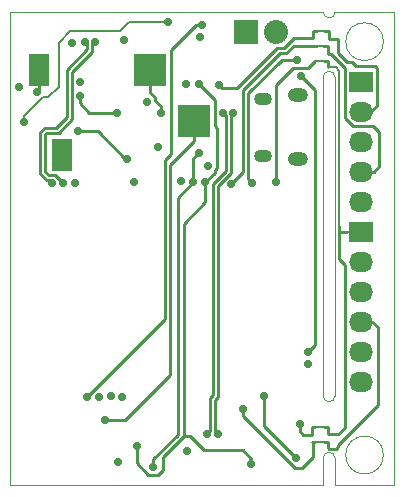
<source format=gbl>
G04 #@! TF.FileFunction,Copper,L4,Bot,Signal*
%FSLAX46Y46*%
G04 Gerber Fmt 4.6, Leading zero omitted, Abs format (unit mm)*
G04 Created by KiCad (PCBNEW 4.0.2-stable) date 05/06/2016 01:14:18*
%MOMM*%
G01*
G04 APERTURE LIST*
%ADD10C,0.100000*%
%ADD11R,1.800000X2.800000*%
%ADD12R,2.800000X2.800000*%
%ADD13O,1.500000X1.100000*%
%ADD14O,1.700000X1.200000*%
%ADD15R,2.032000X1.727200*%
%ADD16O,2.032000X1.727200*%
%ADD17R,2.032000X2.032000*%
%ADD18O,2.032000X2.032000*%
%ADD19C,0.700000*%
%ADD20C,0.250000*%
%ADD21C,0.200000*%
%ADD22C,0.225000*%
G04 APERTURE END LIST*
D10*
X137000000Y-50500000D02*
G75*
G03X137500000Y-50000000I0J500000D01*
G01*
X136500000Y-50000000D02*
G75*
G03X137000000Y-50500000I500000J0D01*
G01*
X136500000Y-57750000D02*
X136500000Y-55500000D01*
X137500000Y-55500000D02*
X137500000Y-57750000D01*
X137500000Y-55500000D02*
G75*
G03X137000000Y-55000000I-500000J0D01*
G01*
X137000000Y-55000000D02*
G75*
G03X136500000Y-55500000I0J-500000D01*
G01*
X137500000Y-65750000D02*
X137500000Y-70500000D01*
X136500000Y-58500000D02*
X136500000Y-63250000D01*
X136500000Y-75500000D02*
X136500000Y-70750000D01*
X137500000Y-70750000D02*
X137500000Y-75500000D01*
X136500000Y-87750000D02*
X136500000Y-90000000D01*
X137500000Y-90000000D02*
X137500000Y-87750000D01*
X137500000Y-57750000D02*
X137500000Y-65750000D01*
X137500000Y-70500000D02*
X137500000Y-70750000D01*
X136500000Y-63500000D02*
X136500000Y-70750000D01*
X136500000Y-63500000D02*
X136500000Y-63250000D01*
X141600000Y-87500000D02*
G75*
G03X141600000Y-87500000I-1600000J0D01*
G01*
X141600000Y-52500000D02*
G75*
G03X141600000Y-52500000I-1600000J0D01*
G01*
X136500000Y-58500000D02*
X136500000Y-57750000D01*
X142500000Y-90000000D02*
X140000000Y-90000000D01*
X142500000Y-50000000D02*
X139000000Y-50000000D01*
X142500000Y-90000000D02*
X142500000Y-50000000D01*
X139000000Y-50000000D02*
X137500000Y-50000000D01*
X136500000Y-50000000D02*
X110000000Y-50000000D01*
X136500000Y-82500000D02*
X136500000Y-75500000D01*
X137500000Y-75500000D02*
X137500000Y-82500000D01*
X137000000Y-83000000D02*
G75*
G03X137500000Y-82500000I0J500000D01*
G01*
X136500000Y-82500000D02*
G75*
G03X137000000Y-83000000I500000J0D01*
G01*
X137500000Y-87750000D02*
G75*
G03X137000000Y-87250000I-500000J0D01*
G01*
X137000000Y-87250000D02*
G75*
G03X136500000Y-87750000I0J-500000D01*
G01*
X137500000Y-90000000D02*
X139000000Y-90000000D01*
X136500000Y-90000000D02*
X110000000Y-90000000D01*
X140000000Y-90000000D02*
X139000000Y-90000000D01*
X110000000Y-50000000D02*
X110000000Y-90000000D01*
D11*
X112400000Y-54900000D03*
X114400000Y-62100000D03*
D12*
X121800000Y-54900000D03*
X125600000Y-59250000D03*
D13*
X131375000Y-62175000D03*
X131375000Y-57325000D03*
D14*
X134375000Y-62475000D03*
X134375000Y-57025000D03*
D15*
X139700000Y-68580000D03*
D16*
X139700000Y-71120000D03*
X139700000Y-73660000D03*
X139700000Y-76200000D03*
X139700000Y-78740000D03*
X139700000Y-81280000D03*
D17*
X130000000Y-51700000D03*
D18*
X132540000Y-51700000D03*
D15*
X139700000Y-55880000D03*
D16*
X139700000Y-58420000D03*
X139700000Y-60960000D03*
X139700000Y-63500000D03*
X139700000Y-66040000D03*
X139700000Y-68580000D03*
D19*
X135200000Y-79800000D03*
X117500000Y-82600000D03*
X118500000Y-82500000D03*
X119500000Y-82600000D03*
X119100000Y-88100000D03*
X126747676Y-62998477D03*
X132500000Y-64400000D03*
X134500000Y-84900000D03*
X125000000Y-87200000D03*
X124900000Y-56100000D03*
X119592210Y-52337588D03*
X126039998Y-52100000D03*
X122500000Y-61400000D03*
X120500000Y-64400000D03*
X124500000Y-64300000D03*
X115200000Y-52600000D03*
X115900000Y-55900000D03*
X115500000Y-64500000D03*
X121600000Y-57600000D03*
X110724980Y-56367425D03*
X122100000Y-88524980D03*
X127700000Y-56200000D03*
X125500000Y-64400000D03*
X125944998Y-61920037D03*
X125950000Y-56050000D03*
X130400000Y-88300000D03*
X120700000Y-86700000D03*
X126500000Y-64400000D03*
X111200000Y-59300000D03*
X123350000Y-50850000D03*
X119900000Y-62400000D03*
X115700000Y-60100000D03*
X112243144Y-56729708D03*
X114300000Y-63000000D03*
X122800000Y-58500000D03*
X126200000Y-51100000D03*
X116500000Y-82600000D03*
X129700000Y-83600000D03*
X134275066Y-54029688D03*
X130500000Y-64500000D03*
X128667009Y-64570455D03*
X134600124Y-55379709D03*
X135200000Y-78800000D03*
X134227311Y-87772689D03*
X131500000Y-82500000D03*
X126656885Y-85693091D03*
X128000021Y-58500000D03*
X127556885Y-85693091D03*
X128900000Y-58500000D03*
X117200000Y-52495998D03*
X114500000Y-64500000D03*
X116300000Y-52495998D03*
X113500000Y-64500000D03*
X119025002Y-58500000D03*
X115900000Y-57100000D03*
X118000000Y-84500000D03*
D20*
X132500000Y-63905026D02*
X132500000Y-64400000D01*
X135195310Y-54704690D02*
X133951064Y-54704690D01*
X132500000Y-56155754D02*
X132500000Y-63905026D01*
X135775000Y-54125000D02*
X135195310Y-54704690D01*
X133951064Y-54704690D02*
X132500000Y-56155754D01*
X134500000Y-85500000D02*
X134500000Y-84900000D01*
X134775000Y-85775000D02*
X134500000Y-85500000D01*
X135575000Y-85775000D02*
X134775000Y-85775000D01*
X135775000Y-85125000D02*
X135575000Y-85125000D01*
X136900000Y-85150000D02*
X136850000Y-85150000D01*
X137875000Y-70025000D02*
X137875000Y-70925000D01*
X136900000Y-85750000D02*
X136900000Y-85150000D01*
X137775000Y-85750000D02*
X136900000Y-85750000D01*
X138325000Y-85200000D02*
X137775000Y-85750000D01*
X138325000Y-71375000D02*
X138325000Y-85200000D01*
X137875000Y-70925000D02*
X138325000Y-71375000D01*
X136825000Y-85125000D02*
X136575000Y-85125000D01*
X136850000Y-85150000D02*
X136825000Y-85125000D01*
D21*
X135775000Y-85125000D02*
X136575000Y-85125000D01*
D20*
X135575000Y-85125000D02*
X135575000Y-85775000D01*
X137875000Y-68575000D02*
X138525000Y-68575000D01*
X138525000Y-68575000D02*
X138525000Y-68580000D01*
X137875000Y-68125000D02*
X137875000Y-68575000D01*
X137875000Y-68575000D02*
X137875000Y-68800000D01*
D21*
X135775000Y-54125000D02*
X136525000Y-54125000D01*
D20*
X136900000Y-54625000D02*
X136900000Y-54175000D01*
D21*
X137875000Y-68125000D02*
X137875000Y-54950000D01*
X137875000Y-54950000D02*
X137550000Y-54625000D01*
X137550000Y-54625000D02*
X136900000Y-54625000D01*
D20*
X136900000Y-54175000D02*
X136850000Y-54125000D01*
X136525000Y-54125000D02*
X136850000Y-54125000D01*
X137875000Y-68800000D02*
X137875000Y-70025000D01*
X137875000Y-70025000D02*
X137850000Y-70050000D01*
D21*
X139700000Y-68580000D02*
X138525000Y-68580000D01*
X138525000Y-68580000D02*
X138350000Y-68580000D01*
X138350000Y-68580000D02*
X138330000Y-68580000D01*
D20*
X122100000Y-88030006D02*
X122100000Y-88524980D01*
X122100000Y-87863590D02*
X122100000Y-88030006D01*
X124200000Y-65700000D02*
X124200000Y-85763590D01*
X124200000Y-85763590D02*
X122100000Y-87863590D01*
X125500000Y-64400000D02*
X124200000Y-65700000D01*
X129200000Y-56400000D02*
X127900000Y-56400000D01*
X127900000Y-56400000D02*
X127700000Y-56200000D01*
X132558999Y-53041001D02*
X129200000Y-56400000D01*
X135600000Y-52200000D02*
X134024682Y-52200000D01*
X134024682Y-52200000D02*
X133183681Y-53041001D01*
X133183681Y-53041001D02*
X132558999Y-53041001D01*
X125500000Y-64400000D02*
X125500000Y-62365035D01*
X125500000Y-62365035D02*
X125944998Y-61920037D01*
X135600000Y-52200000D02*
X135600000Y-51625000D01*
D21*
X135975000Y-51625000D02*
X136550000Y-51625000D01*
D20*
X136975000Y-51625000D02*
X136550000Y-51625000D01*
X136975000Y-52300000D02*
X136975000Y-51625000D01*
X137725000Y-52300000D02*
X136975000Y-52300000D01*
X137750000Y-52325000D02*
X137725000Y-52300000D01*
X137750000Y-53500000D02*
X137750000Y-52325000D01*
X138500000Y-54250000D02*
X137750000Y-53500000D01*
X138950000Y-54250000D02*
X138500000Y-54250000D01*
X139300000Y-54600000D02*
X138950000Y-54250000D01*
X140925000Y-54600000D02*
X139300000Y-54600000D01*
X141075000Y-54750000D02*
X140925000Y-54600000D01*
X141075000Y-57875000D02*
X141075000Y-54750000D01*
X141075000Y-57875000D02*
X140530000Y-58420000D01*
X135600000Y-51625000D02*
X135975000Y-51625000D01*
X139700000Y-58420000D02*
X140530000Y-58420000D01*
X127312231Y-63368517D02*
X127500000Y-63180748D01*
X127325001Y-57425001D02*
X125950000Y-56050000D01*
X127500000Y-59800000D02*
X127325001Y-59625001D01*
X127325001Y-59625001D02*
X127325001Y-57425001D01*
X127500000Y-63180748D02*
X127500000Y-59800000D01*
X126500000Y-64400000D02*
X127312231Y-63587769D01*
X127312231Y-63587769D02*
X127312231Y-63368517D01*
X125950000Y-56050000D02*
X125949999Y-56049999D01*
X126405026Y-87105026D02*
X125200000Y-85900000D01*
X125200000Y-85900000D02*
X124700000Y-85900000D01*
X129700000Y-87105026D02*
X126405026Y-87105026D01*
X130400000Y-88300000D02*
X130400000Y-87805026D01*
X130400000Y-87805026D02*
X129700000Y-87105026D01*
X120700000Y-88200000D02*
X120700000Y-86700000D01*
X121700000Y-89200000D02*
X120700000Y-88200000D01*
X122500000Y-89200000D02*
X121700000Y-89200000D01*
X122900000Y-88800000D02*
X122500000Y-89200000D01*
X122900000Y-87700000D02*
X122900000Y-88800000D01*
X124700000Y-85900000D02*
X122900000Y-87700000D01*
X124700000Y-67900000D02*
X124700000Y-85900000D01*
X126500000Y-66100000D02*
X124700000Y-67900000D01*
X126500000Y-64400000D02*
X126500000Y-66100000D01*
D21*
X123350000Y-50850000D02*
X120050000Y-50850000D01*
X111200000Y-58800000D02*
X111200000Y-59300000D01*
X112800000Y-57200000D02*
X111200000Y-58800000D01*
X113200000Y-57200000D02*
X112800000Y-57200000D01*
X114100000Y-56300000D02*
X113200000Y-57200000D01*
X114100000Y-52600000D02*
X114100000Y-56300000D01*
X115100000Y-51600000D02*
X114100000Y-52600000D01*
X119300000Y-51600000D02*
X115100000Y-51600000D01*
X120050000Y-50850000D02*
X119300000Y-51600000D01*
X123350000Y-50850000D02*
X123300000Y-50900000D01*
D20*
X117400000Y-60100000D02*
X119700000Y-62400000D01*
X119700000Y-62400000D02*
X119900000Y-62400000D01*
X115700000Y-60100000D02*
X117400000Y-60100000D01*
X112400000Y-54900000D02*
X112400000Y-56572852D01*
X112400000Y-56572852D02*
X112243144Y-56729708D01*
D21*
X114300000Y-63000000D02*
X114400000Y-62900000D01*
X114400000Y-62900000D02*
X114400000Y-62100000D01*
D20*
X114400000Y-62100000D02*
X114400000Y-61600000D01*
X122800000Y-58500000D02*
X122800000Y-58005026D01*
X122800000Y-58005026D02*
X122275001Y-57480027D01*
X122275001Y-57480027D02*
X122275001Y-57275999D01*
X122275001Y-57275999D02*
X121800000Y-56800998D01*
X121800000Y-56800998D02*
X121800000Y-54900000D01*
X122250000Y-55350000D02*
X121800000Y-54900000D01*
X125705026Y-51100000D02*
X126200000Y-51100000D01*
X123600000Y-53205026D02*
X125705026Y-51100000D01*
X123100000Y-62500000D02*
X123600000Y-62000000D01*
X123100000Y-76000000D02*
X123100000Y-62500000D01*
X123600000Y-62000000D02*
X123600000Y-53205026D01*
X116500000Y-82600000D02*
X123100000Y-76000000D01*
X129700000Y-84200000D02*
X129700000Y-83600000D01*
X134100000Y-88600000D02*
X129700000Y-84200000D01*
X134700000Y-88600000D02*
X134100000Y-88600000D01*
X135600000Y-87700000D02*
X134700000Y-88600000D01*
X135600000Y-87050000D02*
X135600000Y-87700000D01*
X135775000Y-86375000D02*
X135575000Y-86375000D01*
X140600000Y-76200000D02*
X141100000Y-76700000D01*
X141100000Y-76700000D02*
X141100000Y-83300000D01*
X141100000Y-83300000D02*
X137725000Y-86675000D01*
X137725000Y-86675000D02*
X137725000Y-86850000D01*
X137725000Y-86850000D02*
X137600000Y-86975000D01*
X137600000Y-86975000D02*
X136975000Y-86975000D01*
X136975000Y-86975000D02*
X136925000Y-86925000D01*
X136925000Y-86925000D02*
X136925000Y-86375000D01*
X136925000Y-86375000D02*
X136575000Y-86375000D01*
D21*
X135775000Y-86375000D02*
X136575000Y-86375000D01*
D20*
X135600000Y-86400000D02*
X135600000Y-87050000D01*
X135575000Y-86375000D02*
X135600000Y-86400000D01*
X139700000Y-76200000D02*
X140600000Y-76200000D01*
X132970312Y-54029688D02*
X133780092Y-54029688D01*
X133780092Y-54029688D02*
X134275066Y-54029688D01*
X130150001Y-64150001D02*
X130150001Y-56849999D01*
X130500000Y-64500000D02*
X130150001Y-64150001D01*
X130150001Y-56849999D02*
X132970312Y-54029688D01*
X129017008Y-64220456D02*
X128667009Y-64570455D01*
X129700000Y-63537464D02*
X129017008Y-64220456D01*
X132808988Y-53491012D02*
X129700000Y-56600000D01*
X133370081Y-53491012D02*
X132808988Y-53491012D01*
X129700000Y-56600000D02*
X129700000Y-63537464D01*
X133986092Y-52875000D02*
X133370081Y-53491012D01*
X135950000Y-52875000D02*
X133986092Y-52875000D01*
X137175000Y-53575000D02*
X136925000Y-53575000D01*
X138325000Y-54725000D02*
X137175000Y-53575000D01*
X139700000Y-63500000D02*
X140775000Y-63500000D01*
X138325000Y-58950000D02*
X138325000Y-58750000D01*
X139025000Y-59650000D02*
X138325000Y-58950000D01*
X140750000Y-59650000D02*
X139025000Y-59650000D01*
X141225000Y-60125000D02*
X140750000Y-59650000D01*
X141225000Y-63050000D02*
X141225000Y-60125000D01*
X140775000Y-63500000D02*
X141225000Y-63050000D01*
X138325000Y-58750000D02*
X138325000Y-54725000D01*
X136925000Y-52875000D02*
X136500000Y-52875000D01*
X136925000Y-52975000D02*
X136925000Y-52875000D01*
X136925000Y-53575000D02*
X136925000Y-52975000D01*
D21*
X135950000Y-52875000D02*
X136500000Y-52875000D01*
D20*
X135800000Y-78200000D02*
X135800000Y-56579585D01*
X134950123Y-55729708D02*
X134600124Y-55379709D01*
X135800000Y-56579585D02*
X134950123Y-55729708D01*
X135200000Y-78800000D02*
X135800000Y-78200000D01*
X133877312Y-87422690D02*
X134227311Y-87772689D01*
X131500000Y-85045378D02*
X133877312Y-87422690D01*
X131500000Y-82500000D02*
X131500000Y-85045378D01*
D22*
X127187500Y-82411980D02*
X126894386Y-82705094D01*
X126894386Y-82705094D02*
X126894386Y-85455590D01*
X126894386Y-85455590D02*
X126656885Y-85693091D01*
X127187500Y-64511980D02*
X127187500Y-82411980D01*
X128237512Y-63461968D02*
X127187500Y-64511980D01*
X128000022Y-58500000D02*
X128237512Y-58737490D01*
X128237512Y-58737490D02*
X128237512Y-63461968D01*
X128000021Y-58500000D02*
X128000022Y-58500000D01*
X127319384Y-85455590D02*
X127556885Y-85693091D01*
X127612500Y-82588020D02*
X127319384Y-82881136D01*
X127319384Y-82881136D02*
X127319384Y-85455590D01*
X127612500Y-64688020D02*
X127612500Y-82588020D01*
X128662510Y-63638010D02*
X127612500Y-64688020D01*
X128662510Y-58737490D02*
X128662510Y-63638010D01*
X128900000Y-58500000D02*
X128662510Y-58737490D01*
X116962499Y-52733499D02*
X117200000Y-52495998D01*
X115212500Y-55088020D02*
X116962499Y-53338021D01*
X116962499Y-53338021D02*
X116962499Y-52733499D01*
X115212500Y-59088020D02*
X115212500Y-55088020D01*
X114088020Y-60212500D02*
X115212500Y-59088020D01*
X113088020Y-60212500D02*
X114088020Y-60212500D01*
X112962500Y-60338020D02*
X113088020Y-60212500D01*
X113249999Y-63812501D02*
X112962500Y-63525002D01*
X114500000Y-64500000D02*
X113812501Y-63812501D01*
X113812501Y-63812501D02*
X113249999Y-63812501D01*
X112962500Y-63525002D02*
X112962500Y-60338020D01*
X114787500Y-54911980D02*
X116537501Y-53161979D01*
X116537501Y-53161979D02*
X116537501Y-52733499D01*
X116537501Y-52733499D02*
X116300000Y-52495998D01*
X114787500Y-58911980D02*
X114787500Y-54911980D01*
X113911980Y-59787500D02*
X114787500Y-58911980D01*
X112911980Y-59787500D02*
X113911980Y-59787500D01*
X112537500Y-60161980D02*
X112911980Y-59787500D01*
X113500000Y-64500000D02*
X113500000Y-64237492D01*
X113500000Y-64237492D02*
X113073961Y-64237491D01*
X113073961Y-64237491D02*
X112537500Y-63701030D01*
X112537500Y-63701030D02*
X112537500Y-60161980D01*
D20*
X116700000Y-58500000D02*
X115900000Y-57700000D01*
X119025002Y-58500000D02*
X116700000Y-58500000D01*
X115900000Y-57700000D02*
X115900000Y-57100000D01*
X119736411Y-84500000D02*
X118494974Y-84500000D01*
X123550011Y-80686400D02*
X119736411Y-84500000D01*
X118494974Y-84500000D02*
X118000000Y-84500000D01*
X123550011Y-62949989D02*
X123550011Y-80686400D01*
X125600000Y-60900000D02*
X123550011Y-62949989D01*
X125600000Y-59250000D02*
X125600000Y-60900000D01*
M02*

</source>
